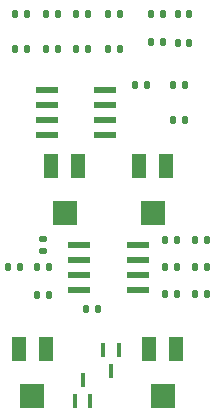
<source format=gbr>
%TF.GenerationSoftware,KiCad,Pcbnew,(7.0.0-0)*%
%TF.CreationDate,2023-08-15T00:25:00+01:00*%
%TF.ProjectId,EMGSensor3.1,454d4753-656e-4736-9f72-332e312e6b69,rev?*%
%TF.SameCoordinates,Original*%
%TF.FileFunction,Paste,Top*%
%TF.FilePolarity,Positive*%
%FSLAX46Y46*%
G04 Gerber Fmt 4.6, Leading zero omitted, Abs format (unit mm)*
G04 Created by KiCad (PCBNEW (7.0.0-0)) date 2023-08-15 00:25:00*
%MOMM*%
%LPD*%
G01*
G04 APERTURE LIST*
G04 Aperture macros list*
%AMRoundRect*
0 Rectangle with rounded corners*
0 $1 Rounding radius*
0 $2 $3 $4 $5 $6 $7 $8 $9 X,Y pos of 4 corners*
0 Add a 4 corners polygon primitive as box body*
4,1,4,$2,$3,$4,$5,$6,$7,$8,$9,$2,$3,0*
0 Add four circle primitives for the rounded corners*
1,1,$1+$1,$2,$3*
1,1,$1+$1,$4,$5*
1,1,$1+$1,$6,$7*
1,1,$1+$1,$8,$9*
0 Add four rect primitives between the rounded corners*
20,1,$1+$1,$2,$3,$4,$5,0*
20,1,$1+$1,$4,$5,$6,$7,0*
20,1,$1+$1,$6,$7,$8,$9,0*
20,1,$1+$1,$8,$9,$2,$3,0*%
G04 Aperture macros list end*
%ADD10RoundRect,0.135000X0.135000X0.185000X-0.135000X0.185000X-0.135000X-0.185000X0.135000X-0.185000X0*%
%ADD11RoundRect,0.135000X-0.135000X-0.185000X0.135000X-0.185000X0.135000X0.185000X-0.135000X0.185000X0*%
%ADD12RoundRect,0.140000X-0.140000X-0.170000X0.140000X-0.170000X0.140000X0.170000X-0.140000X0.170000X0*%
%ADD13RoundRect,0.135000X0.185000X-0.135000X0.185000X0.135000X-0.185000X0.135000X-0.185000X-0.135000X0*%
%ADD14R,1.300000X2.000000*%
%ADD15R,2.000000X2.000000*%
%ADD16R,0.457200X1.168400*%
%ADD17R,1.981200X0.558800*%
%ADD18RoundRect,0.140000X0.140000X0.170000X-0.140000X0.170000X-0.140000X-0.170000X0.140000X-0.170000X0*%
G04 APERTURE END LIST*
D10*
%TO.C,R10*%
X149100000Y-108966000D03*
X148080000Y-108966000D03*
%TD*%
D11*
%TO.C,R1*%
X132842000Y-87528400D03*
X133862000Y-87528400D03*
%TD*%
%TO.C,R12*%
X140714000Y-87528400D03*
X141734000Y-87528400D03*
%TD*%
D10*
%TO.C,R13*%
X144022000Y-93573600D03*
X143002000Y-93573600D03*
%TD*%
D12*
%TO.C,C6*%
X134749600Y-108968000D03*
X135709600Y-108968000D03*
%TD*%
D10*
%TO.C,R21*%
X133301200Y-108968000D03*
X132281200Y-108968000D03*
%TD*%
D13*
%TO.C,R8*%
X135229600Y-107598400D03*
X135229600Y-106578400D03*
%TD*%
D14*
%TO.C,RV11*%
X146488799Y-115906799D03*
D15*
X145338799Y-119906799D03*
D14*
X144188799Y-115906799D03*
%TD*%
D10*
%TO.C,R7*%
X139043600Y-90474800D03*
X138023600Y-90474800D03*
%TD*%
D16*
%TO.C,D1*%
X141619998Y-116014499D03*
X140320000Y-116014499D03*
X140969999Y-117767099D03*
%TD*%
D17*
%TO.C,U1*%
X135559799Y-93954599D03*
X135559799Y-95224599D03*
X135559799Y-96494599D03*
X135559799Y-97764599D03*
X140487399Y-97764599D03*
X140487399Y-96494599D03*
X140487399Y-95224599D03*
X140487399Y-93954599D03*
%TD*%
D10*
%TO.C,R18*%
X149100000Y-111254000D03*
X148080000Y-111254000D03*
%TD*%
%TO.C,R4*%
X136452800Y-90474800D03*
X135432800Y-90474800D03*
%TD*%
D18*
%TO.C,C2*%
X146530000Y-106678000D03*
X145570000Y-106678000D03*
%TD*%
D10*
%TO.C,R14*%
X141734000Y-90474800D03*
X140714000Y-90474800D03*
%TD*%
%TO.C,R15*%
X147273200Y-93573600D03*
X146253200Y-93573600D03*
%TD*%
D18*
%TO.C,C4*%
X147619600Y-89966800D03*
X146659600Y-89966800D03*
%TD*%
D12*
%TO.C,C1*%
X145570000Y-108966000D03*
X146530000Y-108966000D03*
%TD*%
D10*
%TO.C,R6*%
X139045600Y-87528400D03*
X138025600Y-87528400D03*
%TD*%
%TO.C,R2*%
X136452800Y-87528400D03*
X135432800Y-87528400D03*
%TD*%
D14*
%TO.C,RV16*%
X145657599Y-100380799D03*
D15*
X144507599Y-104380799D03*
D14*
X143357599Y-100380799D03*
%TD*%
D10*
%TO.C,R19*%
X146560000Y-111252000D03*
X145540000Y-111252000D03*
%TD*%
D14*
%TO.C,RV5*%
X138189999Y-100380799D03*
D15*
X137039999Y-104380799D03*
D14*
X135889999Y-100380799D03*
%TD*%
D10*
%TO.C,R3*%
X133862000Y-90474800D03*
X132842000Y-90474800D03*
%TD*%
%TO.C,R9*%
X149100000Y-106680000D03*
X148080000Y-106680000D03*
%TD*%
D16*
%TO.C,D2*%
X137932400Y-120307099D03*
X139232398Y-120307099D03*
X138582399Y-118554499D03*
%TD*%
D10*
%TO.C,R20*%
X135739600Y-111355600D03*
X134719600Y-111355600D03*
%TD*%
D12*
%TO.C,C8*%
X144401600Y-87528400D03*
X145361600Y-87528400D03*
%TD*%
D14*
%TO.C,RV22*%
X135465199Y-115906799D03*
D15*
X134315199Y-119906799D03*
D14*
X133165199Y-115906799D03*
%TD*%
D17*
%TO.C,U2*%
X138302999Y-107060999D03*
X138302999Y-108330999D03*
X138302999Y-109600999D03*
X138302999Y-110870999D03*
X143230599Y-110870999D03*
X143230599Y-109600999D03*
X143230599Y-108330999D03*
X143230599Y-107060999D03*
%TD*%
D18*
%TO.C,C7*%
X147596800Y-87528400D03*
X146636800Y-87528400D03*
%TD*%
D11*
%TO.C,R17*%
X146253200Y-96520000D03*
X147273200Y-96520000D03*
%TD*%
D18*
%TO.C,C3*%
X145361600Y-89916000D03*
X144401600Y-89916000D03*
%TD*%
%TO.C,C5*%
X139852400Y-112522000D03*
X138892400Y-112522000D03*
%TD*%
M02*

</source>
